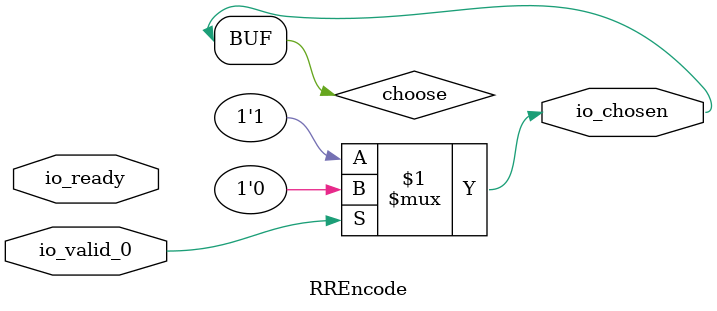
<source format=v>
module RREncode(
    input  io_valid_0,
    output io_chosen,
    input  io_ready);
  wire choose;
  assign io_chosen = choose;
  assign choose = io_valid_0 ? 1'h0 : 1'h1;
endmodule
</source>
